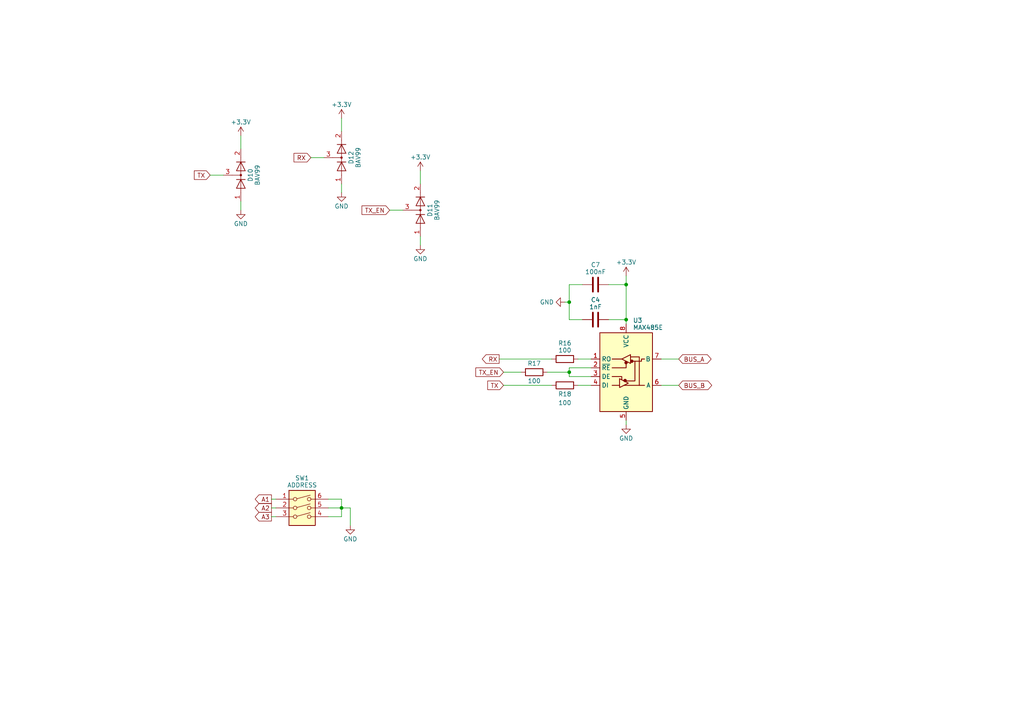
<source format=kicad_sch>
(kicad_sch (version 20230121) (generator eeschema)
  (paper "A4")
  (lib_symbols
    (symbol "Device:C" (pin_numbers hide) (pin_names (offset 0.254))
      (property "Reference" "C" (at 0.635 2.54 0))
      (property "Value" "C" (at 0.635 -2.54 0))
      (symbol "C_0_1"
        (polyline (pts (xy -2.032 -0.762) (xy 2.032 -0.762)) (stroke (width 0.508)))
        (polyline (pts (xy -2.032 0.762) (xy 2.032 0.762)) (stroke (width 0.508)))
      )
      (symbol "C_1_1"
        (pin passive line (at 0 3.81 270) (length 2.794) (name "~") (number "1"))
        (pin passive line (at 0 -3.81 90) (length 2.794) (name "~") (number "2"))
      )
    )
    (symbol "Device:R" (pin_numbers hide) (pin_names (offset 0))
      (property "Reference" "R" (at 2.032 0 90))
      (property "Value" "R" (at 0 0 90))
      (symbol "R_0_1"
        (rectangle (start -1.016 -2.54) (end 1.016 2.54) (stroke (width 0.254)))
      )
      (symbol "R_1_1"
        (pin passive line (at 0 3.81 270) (length 1.27) (name "~") (number "1"))
        (pin passive line (at 0 -3.81 90) (length 1.27) (name "~") (number "2"))
      )
    )
    (symbol "Diode:BAV99" (pin_names hide)
      (property "Reference" "D" (at 0 5.08 0))
      (property "Value" "BAV99" (at 0 2.54 0))
      (symbol "BAV99_0_1"
        (polyline (pts (xy -5.08 0) (xy 5.08 0)))
      )
      (symbol "BAV99_1_1"
        (polyline (pts (xy 0 0) (xy 0 -2.54)))
        (polyline (pts (xy -1.27 -1.27) (xy -1.27 1.27) (xy -1.27 1.27)) (stroke (width 0.2032)))
        (polyline (pts (xy 3.81 1.27) (xy 3.81 -1.27) (xy 3.81 -1.27)) (stroke (width 0.2032)))
        (polyline (pts (xy -3.81 1.27) (xy -1.27 0) (xy -3.81 -1.27) (xy -3.81 1.27) (xy -3.81 1.27) (xy -3.81 1.27)) (stroke (width 0.2032)))
        (polyline (pts (xy 1.27 1.27) (xy 3.81 0) (xy 1.27 -1.27) (xy 1.27 1.27) (xy 1.27 1.27) (xy 1.27 1.27)) (stroke (width 0.2032)))
        (circle (center 0 0) (radius 0.254) (fill (type outline)))
        (pin passive line (at -7.62 0 0) (length 2.54) (name "K") (number "1"))
        (pin passive line (at 7.62 0 180) (length 2.54) (name "A") (number "2"))
        (pin passive line (at 0 -5.08 90) (length 2.54) (name "K") (number "3"))
      )
    )
    (symbol "Interface_UART:MAX485E"
      (property "Reference" "U" (at -6.096 11.43 0))
      (property "Value" "MAX485E" (at 0.762 11.43 0))
      (symbol "MAX485E_0_1"
        (rectangle (start -7.62 10.16) (end 7.62 -12.7) (stroke (width 0.254)) (fill (type background)))
        (circle (center -0.3048 -3.683) (radius 0.3556) (stroke (width 0.254)) (fill (type outline)))
        (circle (center -0.0254 1.4986) (radius 0.3556) (stroke (width 0.254)) (fill (type outline)))
        (polyline (pts (xy -4.064 -5.08) (xy -1.905 -5.08)) (stroke (width 0.254)))
        (polyline (pts (xy -4.064 2.54) (xy -1.27 2.54)) (stroke (width 0.254)))
        (polyline (pts (xy -1.27 -3.2004) (xy -1.27 -3.4544)) (stroke (width 0.254)))
        (polyline (pts (xy -0.635 -5.08) (xy 5.334 -5.08)) (stroke (width 0.254)))
        (polyline (pts (xy -4.064 -2.54) (xy -1.27 -2.54) (xy -1.27 -3.175)) (stroke (width 0.254)))
        (polyline (pts (xy 0 1.27) (xy 0 0) (xy -4.064 0)) (stroke (width 0.254)))
        (polyline (pts (xy 1.27 3.175) (xy 3.81 3.175) (xy 3.81 -5.08)) (stroke (width 0.254)))
        (polyline (pts (xy 2.54 1.905) (xy 2.54 -3.81) (xy 0 -3.81)) (stroke (width 0.254)))
        (polyline (pts (xy -1.905 -3.175) (xy -1.905 -5.715) (xy 0.635 -4.445) (xy -1.905 -3.175)) (stroke (width 0.254)))
        (polyline (pts (xy -1.27 2.54) (xy 1.27 3.81) (xy 1.27 1.27) (xy -1.27 2.54)) (stroke (width 0.254)))
        (polyline (pts (xy 1.905 1.905) (xy 4.445 1.905) (xy 4.445 2.54) (xy 5.334 2.54)) (stroke (width 0.254)))
        (rectangle (start 1.27 3.175) (end 1.27 3.175))
        (circle (center 1.651 1.905) (radius 0.3556) (stroke (width 0.254)) (fill (type outline)))
      )
      (symbol "MAX485E_1_1"
        (pin output line (at -10.16 2.54 0) (length 2.54) (name "RO") (number "1"))
        (pin input line (at -10.16 0 0) (length 2.54) (name "~{RE}") (number "2"))
        (pin input line (at -10.16 -2.54 0) (length 2.54) (name "DE") (number "3"))
        (pin input line (at -10.16 -5.08 0) (length 2.54) (name "DI") (number "4"))
        (pin power_in line (at 0 -15.24 90) (length 2.54) (name "GND") (number "5"))
        (pin bidirectional line (at 10.16 -5.08 180) (length 2.54) (name "A") (number "6"))
        (pin bidirectional line (at 10.16 2.54 180) (length 2.54) (name "B") (number "7"))
        (pin power_in line (at 0 12.7 270) (length 2.54) (name "VCC") (number "8"))
      )
    )
    (symbol "Switch:SW_DIP_x03" (pin_names (offset 0) hide)
      (property "Reference" "SW" (at 0 8.89 0))
      (property "Value" "SW_DIP_x03" (at 0 -3.81 0))
      (symbol "SW_DIP_x03_0_0"
        (circle (center -2.032 0) (radius 0.508))
        (circle (center -2.032 2.54) (radius 0.508))
        (circle (center -2.032 5.08) (radius 0.508))
        (polyline (pts (xy -1.524 0.127) (xy 2.3622 1.1684)))
        (polyline (pts (xy -1.524 2.667) (xy 2.3622 3.7084)))
        (polyline (pts (xy -1.524 5.207) (xy 2.3622 6.2484)))
        (circle (center 2.032 0) (radius 0.508))
        (circle (center 2.032 2.54) (radius 0.508))
        (circle (center 2.032 5.08) (radius 0.508))
      )
      (symbol "SW_DIP_x03_0_1"
        (rectangle (start -3.81 7.62) (end 3.81 -2.54) (stroke (width 0.254)) (fill (type background)))
      )
      (symbol "SW_DIP_x03_1_1"
        (pin passive line (at -7.62 5.08 0) (length 5.08) (name "~") (number "1"))
        (pin passive line (at -7.62 2.54 0) (length 5.08) (name "~") (number "2"))
        (pin passive line (at -7.62 0 0) (length 5.08) (name "~") (number "3"))
        (pin passive line (at 7.62 0 180) (length 5.08) (name "~") (number "4"))
        (pin passive line (at 7.62 2.54 180) (length 5.08) (name "~") (number "5"))
        (pin passive line (at 7.62 5.08 180) (length 5.08) (name "~") (number "6"))
      )
    )
    (symbol "power:+3.3V" (power) (pin_names (offset 0))
      (property "Value" "+3.3V" (at 0 3.556 0))
      (symbol "+3.3V_0_1"
        (polyline (pts (xy -0.762 1.27) (xy 0 2.54)))
        (polyline (pts (xy 0 0) (xy 0 2.54)))
        (polyline (pts (xy 0 2.54) (xy 0.762 1.27)))
      )
      (symbol "+3.3V_1_1"
        (pin power_in line (at 0 0 90) (length 0) hide (name "+3.3V") (number "1"))
      )
    )
    (symbol "power:GND" (power) (pin_names (offset 0))
      (property "Value" "GND" (at 0 -3.81 0))
      (symbol "GND_0_1"
        (polyline (pts (xy 0 0) (xy 0 -1.27) (xy 1.27 -1.27) (xy 0 -2.54) (xy -1.27 -1.27) (xy 0 -1.27)))
      )
      (symbol "GND_1_1"
        (pin power_in line (at 0 0 270) (length 0) hide (name "GND") (number "1"))
      )
    )
  )
  (junction (at 99.06 147.32))
  (junction (at 181.61 92.71))
  (junction (at 165.1 107.95))
  (junction (at 181.61 82.55))
  (junction (at 165.1 87.63))
  (wire (pts (xy 176.53 92.71) (xy 181.61 92.71)))
  (wire (pts (xy 165.1 82.55) (xy 168.91 82.55)))
  (wire (pts (xy 165.1 87.63) (xy 165.1 92.71)))
  (wire (pts (xy 78.74 149.86) (xy 80.01 149.86)))
  (wire (pts (xy 181.61 82.55) (xy 181.61 92.71)))
  (wire (pts (xy 165.1 92.71) (xy 168.91 92.71)))
  (wire (pts (xy 121.92 49.53) (xy 121.92 53.34)))
  (wire (pts (xy 101.6 147.32) (xy 101.6 152.4)))
  (wire (pts (xy 99.06 147.32) (xy 99.06 149.86)))
  (wire (pts (xy 95.25 147.32) (xy 99.06 147.32)))
  (wire (pts (xy 60.96 50.8) (xy 64.77 50.8)))
  (wire (pts (xy 191.77 104.14) (xy 196.85 104.14)))
  (wire (pts (xy 69.85 39.37) (xy 69.85 43.18)))
  (wire (pts (xy 146.05 111.76) (xy 160.02 111.76)))
  (wire (pts (xy 113.03 60.96) (xy 116.84 60.96)))
  (wire (pts (xy 191.77 111.76) (xy 196.85 111.76)))
  (wire (pts (xy 158.75 107.95) (xy 165.1 107.95)))
  (wire (pts (xy 144.78 104.14) (xy 160.02 104.14)))
  (wire (pts (xy 78.74 144.78) (xy 80.01 144.78)))
  (wire (pts (xy 165.1 107.95) (xy 165.1 109.22)))
  (wire (pts (xy 99.06 144.78) (xy 99.06 147.32)))
  (wire (pts (xy 95.25 149.86) (xy 99.06 149.86)))
  (wire (pts (xy 165.1 82.55) (xy 165.1 87.63)))
  (wire (pts (xy 69.85 58.42) (xy 69.85 60.96)))
  (wire (pts (xy 181.61 80.01) (xy 181.61 82.55)))
  (wire (pts (xy 78.74 147.32) (xy 80.01 147.32)))
  (wire (pts (xy 99.06 147.32) (xy 101.6 147.32)))
  (wire (pts (xy 165.1 109.22) (xy 171.45 109.22)))
  (wire (pts (xy 167.64 111.76) (xy 171.45 111.76)))
  (wire (pts (xy 90.17 45.72) (xy 93.98 45.72)))
  (wire (pts (xy 95.25 144.78) (xy 99.06 144.78)))
  (wire (pts (xy 171.45 106.68) (xy 165.1 106.68)))
  (wire (pts (xy 99.06 53.34) (xy 99.06 55.88)))
  (wire (pts (xy 181.61 121.92) (xy 181.61 123.19)))
  (wire (pts (xy 176.53 82.55) (xy 181.61 82.55)))
  (wire (pts (xy 146.05 107.95) (xy 151.13 107.95)))
  (wire (pts (xy 167.64 104.14) (xy 171.45 104.14)))
  (wire (pts (xy 165.1 106.68) (xy 165.1 107.95)))
  (wire (pts (xy 163.83 87.63) (xy 165.1 87.63)))
  (wire (pts (xy 99.06 34.29) (xy 99.06 38.1)))
  (wire (pts (xy 181.61 92.71) (xy 181.61 93.98)))
  (wire (pts (xy 121.92 68.58) (xy 121.92 71.12)))
  (global_label "TX" (shape input) (at 146.05 111.76 180) (property "Intersheetrefs" "${INTERSHEET_REFS}" (effects hide)))
  (global_label "TX_EN" (shape input) (at 146.05 107.95 180) (property "Intersheetrefs" "${INTERSHEET_REFS}" (effects hide)))
  (global_label "A3" (shape output) (at 78.74 149.86 180) (property "Intersheetrefs" "${INTERSHEET_REFS}" (effects hide)))
  (global_label "A2" (shape output) (at 78.74 147.32 180) (property "Intersheetrefs" "${INTERSHEET_REFS}" (effects hide)))
  (global_label "BUS_A" (shape tri_state) (at 196.85 104.14 0) (property "Intersheetrefs" "${INTERSHEET_REFS}" (effects hide)))
  (global_label "RX" (shape output) (at 144.78 104.14 180) (property "Intersheetrefs" "${INTERSHEET_REFS}" (effects hide)))
  (global_label "A1" (shape output) (at 78.74 144.78 180) (property "Intersheetrefs" "${INTERSHEET_REFS}" (effects hide)))
  (global_label "RX" (shape input) (at 90.17 45.72 180) (property "Intersheetrefs" "${INTERSHEET_REFS}" (effects hide)))
  (global_label "BUS_B" (shape tri_state) (at 196.85 111.76 0) (property "Intersheetrefs" "${INTERSHEET_REFS}" (effects hide)))
  (global_label "TX_EN" (shape input) (at 113.03 60.96 180) (property "Intersheetrefs" "${INTERSHEET_REFS}" (effects hide)))
  (global_label "TX" (shape input) (at 60.96 50.8 180) (property "Intersheetrefs" "${INTERSHEET_REFS}" (effects hide)))
  (symbol (lib_id "Device:C") (at 172.72 82.55 270) (unit 1)
    (property "Reference" "C7" (at 172.72 76.811 90))
    (property "Value" "100nF" (at 172.72 78.859 90))
    (property "Footprint" "Capacitor_SMD:C_0603_1608Metric" (effects hide))
    (instances (project "jard_rs485_slave_msp430" (path "" (reference "C7") (unit 1)) (path "" (reference "C4") (unit 1))))
  )
  (symbol (lib_id "power:GND") (at 121.92 71.12 0) (unit 1)
    (property "Reference" "#PWR029" (effects hide))
    (property "Value" "GND" (at 121.92 75.065 0))
    (instances (project "jard_rs485_slave_msp430" (path "" (reference "#PWR029") (unit 1)) (path "" (reference "#PWR031") (unit 1))))
  )
  (symbol (lib_id "power:GND") (at 69.85 60.96 0) (unit 1)
    (property "Reference" "#PWR027" (effects hide))
    (property "Value" "GND" (at 69.85 64.905 0))
  )
  (symbol (lib_id "power:GND") (at 99.06 55.88 0) (unit 1)
    (property "Reference" "#PWR031" (effects hide))
    (property "Value" "GND" (at 99.06 59.825 0))
    (instances (project "jard_rs485_slave_msp430" (path "" (reference "#PWR031") (unit 1)) (path "" (reference "#PWR029") (unit 1))))
  )
  (symbol (lib_id "power:GND") (at 101.6 152.4 0) (unit 1)
    (property "Reference" "#PWR045" (effects hide))
    (property "Value" "GND" (at 101.6 156.345 0))
  )
  (symbol (lib_id "Diode:BAV99") (at 69.85 50.8 270) (mirror x) (unit 1)
    (property "Reference" "D10" (at 72.6266 50.8 0))
    (property "Value" "BAV99" (at 74.6746 50.8 0))
    (property "Footprint" "Package_TO_SOT_SMD:SOT-23" (effects hide))
    (property "Datasheet" "https://assets.nexperia.com/documents/data-sheet/BAV99_SER.pdf" (effects hide))
  )
  (symbol (lib_id "Device:C") (at 172.72 92.71 270) (unit 1)
    (property "Reference" "C4" (at 172.72 86.971 90))
    (property "Value" "1nF" (at 172.72 89.019 90))
    (property "Footprint" "Capacitor_SMD:C_0603_1608Metric" (effects hide))
    (instances (project "jard_rs485_slave_msp430" (path "" (reference "C4") (unit 1)) (path "" (reference "C7") (unit 1))))
  )
  (symbol (lib_id "power:+3.3V") (at 99.06 34.29 0) (unit 1)
    (property "Reference" "#PWR030" (effects hide))
    (property "Value" "+3.3V" (at 99.06 30.345 0))
    (instances (project "jard_rs485_slave_msp430" (path "" (reference "#PWR030") (unit 1)) (path "" (reference "#PWR028") (unit 1))))
  )
  (symbol (lib_id "Device:R") (at 163.83 104.14 90) (unit 1)
    (property "Reference" "R16" (at 163.83 99.544 90))
    (property "Value" "100" (at 163.83 101.592 90))
    (property "Footprint" "Resistor_SMD:R_0805_2012Metric_Pad1.20x1.40mm_HandSolder" (effects hide))
    (instances (project "jard_rs485_slave_msp430" (path "" (reference "R16") (unit 1)) (path "" (reference "R17") (unit 1))))
  )
  (symbol (lib_id "power:+3.3V") (at 121.92 49.53 0) (unit 1)
    (property "Reference" "#PWR028" (effects hide))
    (property "Value" "+3.3V" (at 121.92 45.585 0))
    (instances (project "jard_rs485_slave_msp430" (path "" (reference "#PWR028") (unit 1)) (path "" (reference "#PWR030") (unit 1))))
  )
  (symbol (lib_id "power:GND") (at 181.61 123.19 0) (unit 1)
    (property "Reference" "#PWR0109" (effects hide))
    (property "Value" "GND" (at 181.61 127.135 0))
    (instances (project "jard_rs485_slave_msp430" (path "" (reference "#PWR0109") (unit 1)) (path "" (reference "#PWR051") (unit 1))))
  )
  (symbol (lib_id "Interface_UART:MAX485E") (at 181.61 106.68 0) (unit 1)
    (property "Reference" "U3" (at 183.5659 92.94 0) (effects (justify left)))
    (property "Value" "MAX485E" (at 183.5659 94.988 0) (effects (justify left)))
    (property "Footprint" "Package_SO:SO-8_3.9x4.9mm_P1.27mm" (effects hide))
    (property "Datasheet" "https://datasheets.maximintegrated.com/en/ds/MAX1487E-MAX491E.pdf" (effects hide))
  )
  (symbol (lib_id "Device:R") (at 163.83 111.76 90) (unit 1)
    (property "Reference" "R18" (at 163.83 114.3 90))
    (property "Value" "100" (at 163.83 116.84 90))
    (property "Footprint" "Resistor_SMD:R_0805_2012Metric_Pad1.20x1.40mm_HandSolder" (effects hide))
  )
  (symbol (lib_id "Switch:SW_DIP_x03") (at 87.63 149.86 0) (unit 1)
    (property "Reference" "SW1" (at 87.63 138.66 0))
    (property "Value" "ADDRESS" (at 87.63 140.708 0))
  )
  (symbol (lib_id "Diode:BAV99") (at 121.92 60.96 270) (mirror x) (unit 1)
    (property "Reference" "D11" (at 124.6966 60.96 0))
    (property "Value" "BAV99" (at 126.7446 60.96 0))
    (property "Footprint" "Package_TO_SOT_SMD:SOT-23" (effects hide))
    (property "Datasheet" "https://assets.nexperia.com/documents/data-sheet/BAV99_SER.pdf" (effects hide))
    (instances (project "jard_rs485_slave_msp430" (path "" (reference "D11") (unit 1)) (path "" (reference "D12") (unit 1))))
  )
  (symbol (lib_id "power:+3.3V") (at 69.85 39.37 0) (unit 1)
    (property "Reference" "#PWR026" (effects hide))
    (property "Value" "+3.3V" (at 69.85 35.425 0))
  )
  (symbol (lib_id "power:GND") (at 163.83 87.63 270) (unit 1)
    (property "Reference" "#PWR0108" (effects hide))
    (property "Value" "GND" (at 160.6551 87.63 90) (effects (justify right)))
    (instances (project "jard_rs485_slave_msp430" (path "" (reference "#PWR0108") (unit 1)) (path "" (reference "#PWR049") (unit 1))))
  )
  (symbol (lib_id "Device:R") (at 154.94 107.95 90) (unit 1)
    (property "Reference" "R17" (at 154.94 105.41 90))
    (property "Value" "100" (at 154.94 110.49 90))
    (property "Footprint" "Resistor_SMD:R_0805_2012Metric_Pad1.20x1.40mm_HandSolder" (effects hide))
    (instances (project "jard_rs485_slave_msp430" (path "" (reference "R17") (unit 1)) (path "" (reference "R16") (unit 1))))
  )
  (symbol (lib_id "power:+3.3V") (at 181.61 80.01 0) (unit 1)
    (property "Reference" "#PWR0105" (effects hide))
    (property "Value" "+3.3V" (at 181.61 76.065 0))
    (instances (project "jard_rs485_slave_msp430" (path "" (reference "#PWR0105") (unit 1)) (path "" (reference "#PWR050") (unit 1))))
  )
  (symbol (lib_id "Diode:BAV99") (at 99.06 45.72 270) (mirror x) (unit 1)
    (property "Reference" "D12" (at 101.8366 45.72 0))
    (property "Value" "BAV99" (at 103.8846 45.72 0))
    (property "Footprint" "Package_TO_SOT_SMD:SOT-23" (effects hide))
    (property "Datasheet" "https://assets.nexperia.com/documents/data-sheet/BAV99_SER.pdf" (effects hide))
    (instances (project "jard_rs485_slave_msp430" (path "" (reference "D12") (unit 1)) (path "" (reference "D11") (unit 1))))
  )
)
</source>
